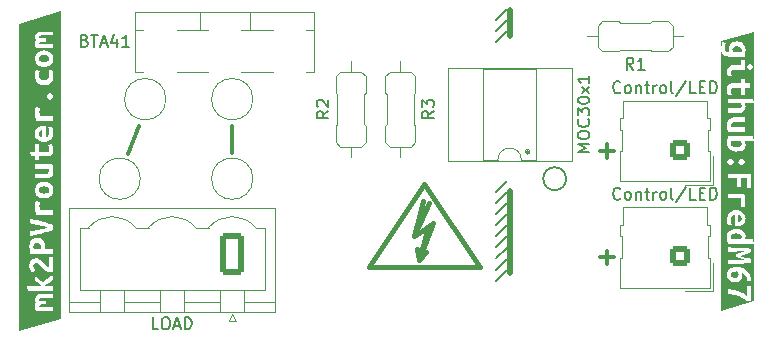
<source format=gbr>
%TF.GenerationSoftware,KiCad,Pcbnew,7.0.8*%
%TF.CreationDate,2023-10-29T17:21:22+01:00*%
%TF.ProjectId,Output_stage,4f757470-7574-45f7-9374-6167652e6b69,2.0*%
%TF.SameCoordinates,Original*%
%TF.FileFunction,Legend,Top*%
%TF.FilePolarity,Positive*%
%FSLAX46Y46*%
G04 Gerber Fmt 4.6, Leading zero omitted, Abs format (unit mm)*
G04 Created by KiCad (PCBNEW 7.0.8) date 2023-10-29 17:21:22*
%MOMM*%
%LPD*%
G01*
G04 APERTURE LIST*
G04 Aperture macros list*
%AMRoundRect*
0 Rectangle with rounded corners*
0 $1 Rounding radius*
0 $2 $3 $4 $5 $6 $7 $8 $9 X,Y pos of 4 corners*
0 Add a 4 corners polygon primitive as box body*
4,1,4,$2,$3,$4,$5,$6,$7,$8,$9,$2,$3,0*
0 Add four circle primitives for the rounded corners*
1,1,$1+$1,$2,$3*
1,1,$1+$1,$4,$5*
1,1,$1+$1,$6,$7*
1,1,$1+$1,$8,$9*
0 Add four rect primitives between the rounded corners*
20,1,$1+$1,$2,$3,$4,$5,0*
20,1,$1+$1,$4,$5,$6,$7,0*
20,1,$1+$1,$6,$7,$8,$9,0*
20,1,$1+$1,$8,$9,$2,$3,0*%
G04 Aperture macros list end*
%ADD10C,0.200000*%
%ADD11C,0.150000*%
%ADD12C,0.500000*%
%ADD13C,0.300000*%
%ADD14C,0.120000*%
%ADD15C,0.381000*%
%ADD16C,1.600000*%
%ADD17O,1.600000X1.600000*%
%ADD18C,3.000000*%
%ADD19R,2.500000X3.500000*%
%ADD20O,2.500000X3.500000*%
%ADD21R,2.400000X1.600000*%
%ADD22O,2.400000X1.600000*%
%ADD23RoundRect,0.250000X0.620000X0.620000X-0.620000X0.620000X-0.620000X-0.620000X0.620000X-0.620000X0*%
%ADD24C,1.740000*%
%ADD25RoundRect,0.249999X0.790001X1.550001X-0.790001X1.550001X-0.790001X-1.550001X0.790001X-1.550001X0*%
%ADD26O,2.080000X3.600000*%
G04 APERTURE END LIST*
D10*
X92559525Y-40180875D02*
X91619725Y-41095275D01*
X92559525Y-43952775D02*
X91619725Y-44867175D01*
X92559525Y-41123850D02*
X91619725Y-42038250D01*
X92559525Y-40180875D02*
X91619725Y-41095275D01*
D11*
X97539928Y-40003075D02*
G75*
G03*
X97539928Y-40003075I-967203J0D01*
G01*
D10*
X92559525Y-41123850D02*
X91619725Y-42038250D01*
X92559525Y-25617150D02*
X91619725Y-26531550D01*
X92559525Y-26560125D02*
X91619725Y-27474525D01*
X92559525Y-47724675D02*
X91619725Y-48639075D01*
X92559525Y-43952775D02*
X91619725Y-44867175D01*
X92559525Y-47724675D02*
X91619725Y-48639075D01*
X92559525Y-42066825D02*
X91619725Y-42981225D01*
X92559525Y-27503100D02*
X91619725Y-28417500D01*
D12*
X92788125Y-41069875D02*
X92788125Y-47978675D01*
D10*
X92559525Y-41123850D02*
X91619725Y-42038250D01*
X92559525Y-43009800D02*
X91619725Y-43924200D01*
X92559525Y-40180875D02*
X91619725Y-41095275D01*
X92559525Y-44895750D02*
X91619725Y-45810150D01*
X92559525Y-45838725D02*
X91619725Y-46753125D01*
D12*
X92788125Y-41069875D02*
X92788125Y-47978675D01*
D10*
X92559525Y-45838725D02*
X91619725Y-46753125D01*
X92559525Y-47724675D02*
X91619725Y-48639075D01*
X92559525Y-42066825D02*
X91619725Y-42981225D01*
X92559525Y-46781700D02*
X91619725Y-47696100D01*
X92559525Y-46781700D02*
X91619725Y-47696100D01*
D13*
X60441225Y-37907575D02*
X61393725Y-35558075D01*
D10*
X92559525Y-43952775D02*
X91619725Y-44867175D01*
X92559525Y-42066825D02*
X91619725Y-42981225D01*
X92559525Y-45838725D02*
X91619725Y-46753125D01*
X92559525Y-43009800D02*
X91619725Y-43924200D01*
D12*
X92788125Y-41069875D02*
X92788125Y-47978675D01*
D10*
X92559525Y-46781700D02*
X91619725Y-47696100D01*
D13*
X69267725Y-37844075D02*
X69267725Y-35558075D01*
D10*
X92559525Y-44895750D02*
X91619725Y-45810150D01*
X92559525Y-44895750D02*
X91619725Y-45810150D01*
X92559525Y-43009800D02*
X91619725Y-43924200D01*
D12*
X92762725Y-25753675D02*
X92762725Y-27938075D01*
D13*
X101555414Y-37657475D02*
X100412557Y-37657475D01*
X100983985Y-38228903D02*
X100983985Y-37086046D01*
X101555414Y-46662475D02*
X100412557Y-46662475D01*
X100983985Y-47233903D02*
X100983985Y-46091046D01*
D11*
X77409019Y-34278866D02*
X76932828Y-34612199D01*
X77409019Y-34850294D02*
X76409019Y-34850294D01*
X76409019Y-34850294D02*
X76409019Y-34469342D01*
X76409019Y-34469342D02*
X76456638Y-34374104D01*
X76456638Y-34374104D02*
X76504257Y-34326485D01*
X76504257Y-34326485D02*
X76599495Y-34278866D01*
X76599495Y-34278866D02*
X76742352Y-34278866D01*
X76742352Y-34278866D02*
X76837590Y-34326485D01*
X76837590Y-34326485D02*
X76885209Y-34374104D01*
X76885209Y-34374104D02*
X76932828Y-34469342D01*
X76932828Y-34469342D02*
X76932828Y-34850294D01*
X76504257Y-33897913D02*
X76456638Y-33850294D01*
X76456638Y-33850294D02*
X76409019Y-33755056D01*
X76409019Y-33755056D02*
X76409019Y-33516961D01*
X76409019Y-33516961D02*
X76456638Y-33421723D01*
X76456638Y-33421723D02*
X76504257Y-33374104D01*
X76504257Y-33374104D02*
X76599495Y-33326485D01*
X76599495Y-33326485D02*
X76694733Y-33326485D01*
X76694733Y-33326485D02*
X76837590Y-33374104D01*
X76837590Y-33374104D02*
X77409019Y-33945532D01*
X77409019Y-33945532D02*
X77409019Y-33326485D01*
X103238658Y-30762894D02*
X102905325Y-30286703D01*
X102667230Y-30762894D02*
X102667230Y-29762894D01*
X102667230Y-29762894D02*
X103048182Y-29762894D01*
X103048182Y-29762894D02*
X103143420Y-29810513D01*
X103143420Y-29810513D02*
X103191039Y-29858132D01*
X103191039Y-29858132D02*
X103238658Y-29953370D01*
X103238658Y-29953370D02*
X103238658Y-30096227D01*
X103238658Y-30096227D02*
X103191039Y-30191465D01*
X103191039Y-30191465D02*
X103143420Y-30239084D01*
X103143420Y-30239084D02*
X103048182Y-30286703D01*
X103048182Y-30286703D02*
X102667230Y-30286703D01*
X104191039Y-30762894D02*
X103619611Y-30762894D01*
X103905325Y-30762894D02*
X103905325Y-29762894D01*
X103905325Y-29762894D02*
X103810087Y-29905751D01*
X103810087Y-29905751D02*
X103714849Y-30000989D01*
X103714849Y-30000989D02*
X103619611Y-30048608D01*
X56782248Y-28302084D02*
X56925105Y-28349703D01*
X56925105Y-28349703D02*
X56972724Y-28397322D01*
X56972724Y-28397322D02*
X57020343Y-28492560D01*
X57020343Y-28492560D02*
X57020343Y-28635417D01*
X57020343Y-28635417D02*
X56972724Y-28730655D01*
X56972724Y-28730655D02*
X56925105Y-28778275D01*
X56925105Y-28778275D02*
X56829867Y-28825894D01*
X56829867Y-28825894D02*
X56448915Y-28825894D01*
X56448915Y-28825894D02*
X56448915Y-27825894D01*
X56448915Y-27825894D02*
X56782248Y-27825894D01*
X56782248Y-27825894D02*
X56877486Y-27873513D01*
X56877486Y-27873513D02*
X56925105Y-27921132D01*
X56925105Y-27921132D02*
X56972724Y-28016370D01*
X56972724Y-28016370D02*
X56972724Y-28111608D01*
X56972724Y-28111608D02*
X56925105Y-28206846D01*
X56925105Y-28206846D02*
X56877486Y-28254465D01*
X56877486Y-28254465D02*
X56782248Y-28302084D01*
X56782248Y-28302084D02*
X56448915Y-28302084D01*
X57306058Y-27825894D02*
X57877486Y-27825894D01*
X57591772Y-28825894D02*
X57591772Y-27825894D01*
X58163201Y-28540179D02*
X58639391Y-28540179D01*
X58067963Y-28825894D02*
X58401296Y-27825894D01*
X58401296Y-27825894D02*
X58734629Y-28825894D01*
X59496534Y-28159227D02*
X59496534Y-28825894D01*
X59258439Y-27778275D02*
X59020344Y-28492560D01*
X59020344Y-28492560D02*
X59639391Y-28492560D01*
X60544153Y-28825894D02*
X59972725Y-28825894D01*
X60258439Y-28825894D02*
X60258439Y-27825894D01*
X60258439Y-27825894D02*
X60163201Y-27968751D01*
X60163201Y-27968751D02*
X60067963Y-28063989D01*
X60067963Y-28063989D02*
X59972725Y-28111608D01*
X86340019Y-34278866D02*
X85863828Y-34612199D01*
X86340019Y-34850294D02*
X85340019Y-34850294D01*
X85340019Y-34850294D02*
X85340019Y-34469342D01*
X85340019Y-34469342D02*
X85387638Y-34374104D01*
X85387638Y-34374104D02*
X85435257Y-34326485D01*
X85435257Y-34326485D02*
X85530495Y-34278866D01*
X85530495Y-34278866D02*
X85673352Y-34278866D01*
X85673352Y-34278866D02*
X85768590Y-34326485D01*
X85768590Y-34326485D02*
X85816209Y-34374104D01*
X85816209Y-34374104D02*
X85863828Y-34469342D01*
X85863828Y-34469342D02*
X85863828Y-34850294D01*
X85340019Y-33945532D02*
X85340019Y-33326485D01*
X85340019Y-33326485D02*
X85720971Y-33659818D01*
X85720971Y-33659818D02*
X85720971Y-33516961D01*
X85720971Y-33516961D02*
X85768590Y-33421723D01*
X85768590Y-33421723D02*
X85816209Y-33374104D01*
X85816209Y-33374104D02*
X85911447Y-33326485D01*
X85911447Y-33326485D02*
X86149542Y-33326485D01*
X86149542Y-33326485D02*
X86244780Y-33374104D01*
X86244780Y-33374104D02*
X86292400Y-33421723D01*
X86292400Y-33421723D02*
X86340019Y-33516961D01*
X86340019Y-33516961D02*
X86340019Y-33802675D01*
X86340019Y-33802675D02*
X86292400Y-33897913D01*
X86292400Y-33897913D02*
X86244780Y-33945532D01*
X99516744Y-37742551D02*
X98516744Y-37742551D01*
X98516744Y-37742551D02*
X99231029Y-37409218D01*
X99231029Y-37409218D02*
X98516744Y-37075885D01*
X98516744Y-37075885D02*
X99516744Y-37075885D01*
X98516744Y-36409218D02*
X98516744Y-36218742D01*
X98516744Y-36218742D02*
X98564363Y-36123504D01*
X98564363Y-36123504D02*
X98659601Y-36028266D01*
X98659601Y-36028266D02*
X98850077Y-35980647D01*
X98850077Y-35980647D02*
X99183410Y-35980647D01*
X99183410Y-35980647D02*
X99373886Y-36028266D01*
X99373886Y-36028266D02*
X99469125Y-36123504D01*
X99469125Y-36123504D02*
X99516744Y-36218742D01*
X99516744Y-36218742D02*
X99516744Y-36409218D01*
X99516744Y-36409218D02*
X99469125Y-36504456D01*
X99469125Y-36504456D02*
X99373886Y-36599694D01*
X99373886Y-36599694D02*
X99183410Y-36647313D01*
X99183410Y-36647313D02*
X98850077Y-36647313D01*
X98850077Y-36647313D02*
X98659601Y-36599694D01*
X98659601Y-36599694D02*
X98564363Y-36504456D01*
X98564363Y-36504456D02*
X98516744Y-36409218D01*
X99421505Y-34980647D02*
X99469125Y-35028266D01*
X99469125Y-35028266D02*
X99516744Y-35171123D01*
X99516744Y-35171123D02*
X99516744Y-35266361D01*
X99516744Y-35266361D02*
X99469125Y-35409218D01*
X99469125Y-35409218D02*
X99373886Y-35504456D01*
X99373886Y-35504456D02*
X99278648Y-35552075D01*
X99278648Y-35552075D02*
X99088172Y-35599694D01*
X99088172Y-35599694D02*
X98945315Y-35599694D01*
X98945315Y-35599694D02*
X98754839Y-35552075D01*
X98754839Y-35552075D02*
X98659601Y-35504456D01*
X98659601Y-35504456D02*
X98564363Y-35409218D01*
X98564363Y-35409218D02*
X98516744Y-35266361D01*
X98516744Y-35266361D02*
X98516744Y-35171123D01*
X98516744Y-35171123D02*
X98564363Y-35028266D01*
X98564363Y-35028266D02*
X98611982Y-34980647D01*
X98516744Y-34647313D02*
X98516744Y-34028266D01*
X98516744Y-34028266D02*
X98897696Y-34361599D01*
X98897696Y-34361599D02*
X98897696Y-34218742D01*
X98897696Y-34218742D02*
X98945315Y-34123504D01*
X98945315Y-34123504D02*
X98992934Y-34075885D01*
X98992934Y-34075885D02*
X99088172Y-34028266D01*
X99088172Y-34028266D02*
X99326267Y-34028266D01*
X99326267Y-34028266D02*
X99421505Y-34075885D01*
X99421505Y-34075885D02*
X99469125Y-34123504D01*
X99469125Y-34123504D02*
X99516744Y-34218742D01*
X99516744Y-34218742D02*
X99516744Y-34504456D01*
X99516744Y-34504456D02*
X99469125Y-34599694D01*
X99469125Y-34599694D02*
X99421505Y-34647313D01*
X98516744Y-33409218D02*
X98516744Y-33313980D01*
X98516744Y-33313980D02*
X98564363Y-33218742D01*
X98564363Y-33218742D02*
X98611982Y-33171123D01*
X98611982Y-33171123D02*
X98707220Y-33123504D01*
X98707220Y-33123504D02*
X98897696Y-33075885D01*
X98897696Y-33075885D02*
X99135791Y-33075885D01*
X99135791Y-33075885D02*
X99326267Y-33123504D01*
X99326267Y-33123504D02*
X99421505Y-33171123D01*
X99421505Y-33171123D02*
X99469125Y-33218742D01*
X99469125Y-33218742D02*
X99516744Y-33313980D01*
X99516744Y-33313980D02*
X99516744Y-33409218D01*
X99516744Y-33409218D02*
X99469125Y-33504456D01*
X99469125Y-33504456D02*
X99421505Y-33552075D01*
X99421505Y-33552075D02*
X99326267Y-33599694D01*
X99326267Y-33599694D02*
X99135791Y-33647313D01*
X99135791Y-33647313D02*
X98897696Y-33647313D01*
X98897696Y-33647313D02*
X98707220Y-33599694D01*
X98707220Y-33599694D02*
X98611982Y-33552075D01*
X98611982Y-33552075D02*
X98564363Y-33504456D01*
X98564363Y-33504456D02*
X98516744Y-33409218D01*
X99516744Y-32742551D02*
X98850077Y-32218742D01*
X98850077Y-32742551D02*
X99516744Y-32218742D01*
X99516744Y-31313980D02*
X99516744Y-31885408D01*
X99516744Y-31599694D02*
X98516744Y-31599694D01*
X98516744Y-31599694D02*
X98659601Y-31694932D01*
X98659601Y-31694932D02*
X98754839Y-31790170D01*
X98754839Y-31790170D02*
X98802458Y-31885408D01*
X102124209Y-41672655D02*
X102076590Y-41720275D01*
X102076590Y-41720275D02*
X101933733Y-41767894D01*
X101933733Y-41767894D02*
X101838495Y-41767894D01*
X101838495Y-41767894D02*
X101695638Y-41720275D01*
X101695638Y-41720275D02*
X101600400Y-41625036D01*
X101600400Y-41625036D02*
X101552781Y-41529798D01*
X101552781Y-41529798D02*
X101505162Y-41339322D01*
X101505162Y-41339322D02*
X101505162Y-41196465D01*
X101505162Y-41196465D02*
X101552781Y-41005989D01*
X101552781Y-41005989D02*
X101600400Y-40910751D01*
X101600400Y-40910751D02*
X101695638Y-40815513D01*
X101695638Y-40815513D02*
X101838495Y-40767894D01*
X101838495Y-40767894D02*
X101933733Y-40767894D01*
X101933733Y-40767894D02*
X102076590Y-40815513D01*
X102076590Y-40815513D02*
X102124209Y-40863132D01*
X102695638Y-41767894D02*
X102600400Y-41720275D01*
X102600400Y-41720275D02*
X102552781Y-41672655D01*
X102552781Y-41672655D02*
X102505162Y-41577417D01*
X102505162Y-41577417D02*
X102505162Y-41291703D01*
X102505162Y-41291703D02*
X102552781Y-41196465D01*
X102552781Y-41196465D02*
X102600400Y-41148846D01*
X102600400Y-41148846D02*
X102695638Y-41101227D01*
X102695638Y-41101227D02*
X102838495Y-41101227D01*
X102838495Y-41101227D02*
X102933733Y-41148846D01*
X102933733Y-41148846D02*
X102981352Y-41196465D01*
X102981352Y-41196465D02*
X103028971Y-41291703D01*
X103028971Y-41291703D02*
X103028971Y-41577417D01*
X103028971Y-41577417D02*
X102981352Y-41672655D01*
X102981352Y-41672655D02*
X102933733Y-41720275D01*
X102933733Y-41720275D02*
X102838495Y-41767894D01*
X102838495Y-41767894D02*
X102695638Y-41767894D01*
X103457543Y-41101227D02*
X103457543Y-41767894D01*
X103457543Y-41196465D02*
X103505162Y-41148846D01*
X103505162Y-41148846D02*
X103600400Y-41101227D01*
X103600400Y-41101227D02*
X103743257Y-41101227D01*
X103743257Y-41101227D02*
X103838495Y-41148846D01*
X103838495Y-41148846D02*
X103886114Y-41244084D01*
X103886114Y-41244084D02*
X103886114Y-41767894D01*
X104219448Y-41101227D02*
X104600400Y-41101227D01*
X104362305Y-40767894D02*
X104362305Y-41625036D01*
X104362305Y-41625036D02*
X104409924Y-41720275D01*
X104409924Y-41720275D02*
X104505162Y-41767894D01*
X104505162Y-41767894D02*
X104600400Y-41767894D01*
X104933734Y-41767894D02*
X104933734Y-41101227D01*
X104933734Y-41291703D02*
X104981353Y-41196465D01*
X104981353Y-41196465D02*
X105028972Y-41148846D01*
X105028972Y-41148846D02*
X105124210Y-41101227D01*
X105124210Y-41101227D02*
X105219448Y-41101227D01*
X105695639Y-41767894D02*
X105600401Y-41720275D01*
X105600401Y-41720275D02*
X105552782Y-41672655D01*
X105552782Y-41672655D02*
X105505163Y-41577417D01*
X105505163Y-41577417D02*
X105505163Y-41291703D01*
X105505163Y-41291703D02*
X105552782Y-41196465D01*
X105552782Y-41196465D02*
X105600401Y-41148846D01*
X105600401Y-41148846D02*
X105695639Y-41101227D01*
X105695639Y-41101227D02*
X105838496Y-41101227D01*
X105838496Y-41101227D02*
X105933734Y-41148846D01*
X105933734Y-41148846D02*
X105981353Y-41196465D01*
X105981353Y-41196465D02*
X106028972Y-41291703D01*
X106028972Y-41291703D02*
X106028972Y-41577417D01*
X106028972Y-41577417D02*
X105981353Y-41672655D01*
X105981353Y-41672655D02*
X105933734Y-41720275D01*
X105933734Y-41720275D02*
X105838496Y-41767894D01*
X105838496Y-41767894D02*
X105695639Y-41767894D01*
X106600401Y-41767894D02*
X106505163Y-41720275D01*
X106505163Y-41720275D02*
X106457544Y-41625036D01*
X106457544Y-41625036D02*
X106457544Y-40767894D01*
X107695639Y-40720275D02*
X106838497Y-42005989D01*
X108505163Y-41767894D02*
X108028973Y-41767894D01*
X108028973Y-41767894D02*
X108028973Y-40767894D01*
X108838497Y-41244084D02*
X109171830Y-41244084D01*
X109314687Y-41767894D02*
X108838497Y-41767894D01*
X108838497Y-41767894D02*
X108838497Y-40767894D01*
X108838497Y-40767894D02*
X109314687Y-40767894D01*
X109743259Y-41767894D02*
X109743259Y-40767894D01*
X109743259Y-40767894D02*
X109981354Y-40767894D01*
X109981354Y-40767894D02*
X110124211Y-40815513D01*
X110124211Y-40815513D02*
X110219449Y-40910751D01*
X110219449Y-40910751D02*
X110267068Y-41005989D01*
X110267068Y-41005989D02*
X110314687Y-41196465D01*
X110314687Y-41196465D02*
X110314687Y-41339322D01*
X110314687Y-41339322D02*
X110267068Y-41529798D01*
X110267068Y-41529798D02*
X110219449Y-41625036D01*
X110219449Y-41625036D02*
X110124211Y-41720275D01*
X110124211Y-41720275D02*
X109981354Y-41767894D01*
X109981354Y-41767894D02*
X109743259Y-41767894D01*
X102124209Y-32667655D02*
X102076590Y-32715275D01*
X102076590Y-32715275D02*
X101933733Y-32762894D01*
X101933733Y-32762894D02*
X101838495Y-32762894D01*
X101838495Y-32762894D02*
X101695638Y-32715275D01*
X101695638Y-32715275D02*
X101600400Y-32620036D01*
X101600400Y-32620036D02*
X101552781Y-32524798D01*
X101552781Y-32524798D02*
X101505162Y-32334322D01*
X101505162Y-32334322D02*
X101505162Y-32191465D01*
X101505162Y-32191465D02*
X101552781Y-32000989D01*
X101552781Y-32000989D02*
X101600400Y-31905751D01*
X101600400Y-31905751D02*
X101695638Y-31810513D01*
X101695638Y-31810513D02*
X101838495Y-31762894D01*
X101838495Y-31762894D02*
X101933733Y-31762894D01*
X101933733Y-31762894D02*
X102076590Y-31810513D01*
X102076590Y-31810513D02*
X102124209Y-31858132D01*
X102695638Y-32762894D02*
X102600400Y-32715275D01*
X102600400Y-32715275D02*
X102552781Y-32667655D01*
X102552781Y-32667655D02*
X102505162Y-32572417D01*
X102505162Y-32572417D02*
X102505162Y-32286703D01*
X102505162Y-32286703D02*
X102552781Y-32191465D01*
X102552781Y-32191465D02*
X102600400Y-32143846D01*
X102600400Y-32143846D02*
X102695638Y-32096227D01*
X102695638Y-32096227D02*
X102838495Y-32096227D01*
X102838495Y-32096227D02*
X102933733Y-32143846D01*
X102933733Y-32143846D02*
X102981352Y-32191465D01*
X102981352Y-32191465D02*
X103028971Y-32286703D01*
X103028971Y-32286703D02*
X103028971Y-32572417D01*
X103028971Y-32572417D02*
X102981352Y-32667655D01*
X102981352Y-32667655D02*
X102933733Y-32715275D01*
X102933733Y-32715275D02*
X102838495Y-32762894D01*
X102838495Y-32762894D02*
X102695638Y-32762894D01*
X103457543Y-32096227D02*
X103457543Y-32762894D01*
X103457543Y-32191465D02*
X103505162Y-32143846D01*
X103505162Y-32143846D02*
X103600400Y-32096227D01*
X103600400Y-32096227D02*
X103743257Y-32096227D01*
X103743257Y-32096227D02*
X103838495Y-32143846D01*
X103838495Y-32143846D02*
X103886114Y-32239084D01*
X103886114Y-32239084D02*
X103886114Y-32762894D01*
X104219448Y-32096227D02*
X104600400Y-32096227D01*
X104362305Y-31762894D02*
X104362305Y-32620036D01*
X104362305Y-32620036D02*
X104409924Y-32715275D01*
X104409924Y-32715275D02*
X104505162Y-32762894D01*
X104505162Y-32762894D02*
X104600400Y-32762894D01*
X104933734Y-32762894D02*
X104933734Y-32096227D01*
X104933734Y-32286703D02*
X104981353Y-32191465D01*
X104981353Y-32191465D02*
X105028972Y-32143846D01*
X105028972Y-32143846D02*
X105124210Y-32096227D01*
X105124210Y-32096227D02*
X105219448Y-32096227D01*
X105695639Y-32762894D02*
X105600401Y-32715275D01*
X105600401Y-32715275D02*
X105552782Y-32667655D01*
X105552782Y-32667655D02*
X105505163Y-32572417D01*
X105505163Y-32572417D02*
X105505163Y-32286703D01*
X105505163Y-32286703D02*
X105552782Y-32191465D01*
X105552782Y-32191465D02*
X105600401Y-32143846D01*
X105600401Y-32143846D02*
X105695639Y-32096227D01*
X105695639Y-32096227D02*
X105838496Y-32096227D01*
X105838496Y-32096227D02*
X105933734Y-32143846D01*
X105933734Y-32143846D02*
X105981353Y-32191465D01*
X105981353Y-32191465D02*
X106028972Y-32286703D01*
X106028972Y-32286703D02*
X106028972Y-32572417D01*
X106028972Y-32572417D02*
X105981353Y-32667655D01*
X105981353Y-32667655D02*
X105933734Y-32715275D01*
X105933734Y-32715275D02*
X105838496Y-32762894D01*
X105838496Y-32762894D02*
X105695639Y-32762894D01*
X106600401Y-32762894D02*
X106505163Y-32715275D01*
X106505163Y-32715275D02*
X106457544Y-32620036D01*
X106457544Y-32620036D02*
X106457544Y-31762894D01*
X107695639Y-31715275D02*
X106838497Y-33000989D01*
X108505163Y-32762894D02*
X108028973Y-32762894D01*
X108028973Y-32762894D02*
X108028973Y-31762894D01*
X108838497Y-32239084D02*
X109171830Y-32239084D01*
X109314687Y-32762894D02*
X108838497Y-32762894D01*
X108838497Y-32762894D02*
X108838497Y-31762894D01*
X108838497Y-31762894D02*
X109314687Y-31762894D01*
X109743259Y-32762894D02*
X109743259Y-31762894D01*
X109743259Y-31762894D02*
X109981354Y-31762894D01*
X109981354Y-31762894D02*
X110124211Y-31810513D01*
X110124211Y-31810513D02*
X110219449Y-31905751D01*
X110219449Y-31905751D02*
X110267068Y-32000989D01*
X110267068Y-32000989D02*
X110314687Y-32191465D01*
X110314687Y-32191465D02*
X110314687Y-32334322D01*
X110314687Y-32334322D02*
X110267068Y-32524798D01*
X110267068Y-32524798D02*
X110219449Y-32620036D01*
X110219449Y-32620036D02*
X110124211Y-32715275D01*
X110124211Y-32715275D02*
X109981354Y-32762894D01*
X109981354Y-32762894D02*
X109743259Y-32762894D01*
X63015617Y-52755344D02*
X62539427Y-52755344D01*
X62539427Y-52755344D02*
X62539427Y-51755344D01*
X63539427Y-51755344D02*
X63729903Y-51755344D01*
X63729903Y-51755344D02*
X63825141Y-51802963D01*
X63825141Y-51802963D02*
X63920379Y-51898201D01*
X63920379Y-51898201D02*
X63967998Y-52088677D01*
X63967998Y-52088677D02*
X63967998Y-52422010D01*
X63967998Y-52422010D02*
X63920379Y-52612486D01*
X63920379Y-52612486D02*
X63825141Y-52707725D01*
X63825141Y-52707725D02*
X63729903Y-52755344D01*
X63729903Y-52755344D02*
X63539427Y-52755344D01*
X63539427Y-52755344D02*
X63444189Y-52707725D01*
X63444189Y-52707725D02*
X63348951Y-52612486D01*
X63348951Y-52612486D02*
X63301332Y-52422010D01*
X63301332Y-52422010D02*
X63301332Y-52088677D01*
X63301332Y-52088677D02*
X63348951Y-51898201D01*
X63348951Y-51898201D02*
X63444189Y-51802963D01*
X63444189Y-51802963D02*
X63539427Y-51755344D01*
X64348951Y-52469629D02*
X64825141Y-52469629D01*
X64253713Y-52755344D02*
X64587046Y-51755344D01*
X64587046Y-51755344D02*
X64920379Y-52755344D01*
X65253713Y-52755344D02*
X65253713Y-51755344D01*
X65253713Y-51755344D02*
X65491808Y-51755344D01*
X65491808Y-51755344D02*
X65634665Y-51802963D01*
X65634665Y-51802963D02*
X65729903Y-51898201D01*
X65729903Y-51898201D02*
X65777522Y-51993439D01*
X65777522Y-51993439D02*
X65825141Y-52183915D01*
X65825141Y-52183915D02*
X65825141Y-52326772D01*
X65825141Y-52326772D02*
X65777522Y-52517248D01*
X65777522Y-52517248D02*
X65729903Y-52612486D01*
X65729903Y-52612486D02*
X65634665Y-52707725D01*
X65634665Y-52707725D02*
X65491808Y-52755344D01*
X65491808Y-52755344D02*
X65253713Y-52755344D01*
D14*
%TO.C,R2*%
X78435200Y-37287200D02*
X80213200Y-37287200D01*
X78435200Y-37287200D02*
X78054200Y-36906200D01*
X79324200Y-37287200D02*
X79324200Y-38176200D01*
X80213200Y-37287200D02*
X80594200Y-36906200D01*
X78054200Y-36906200D02*
X78054200Y-35509200D01*
X80594200Y-36906200D02*
X80594200Y-35509200D01*
X78054200Y-35509200D02*
X78181200Y-35382200D01*
X80594200Y-35509200D02*
X80467200Y-35382200D01*
X78181200Y-35382200D02*
X78181200Y-34112200D01*
X80467200Y-35382200D02*
X80467200Y-34112200D01*
X78181200Y-32842200D02*
X78181200Y-34112200D01*
X80467200Y-32842200D02*
X80467200Y-34112200D01*
X78054200Y-32715200D02*
X78181200Y-32842200D01*
X80594200Y-32715200D02*
X80467200Y-32842200D01*
X78054200Y-31318200D02*
X78054200Y-32715200D01*
X80594200Y-31318200D02*
X80594200Y-32715200D01*
X78435200Y-30937200D02*
X78054200Y-31318200D01*
X78435200Y-30937200D02*
X80213200Y-30937200D01*
X79324200Y-30937200D02*
X79324200Y-30048200D01*
X80213200Y-30937200D02*
X80594200Y-31318200D01*
%TO.C,R1*%
X106580325Y-28827075D02*
X106580325Y-27049075D01*
X106580325Y-28827075D02*
X106199325Y-29208075D01*
X106580325Y-27938075D02*
X107469325Y-27938075D01*
X106580325Y-27049075D02*
X106199325Y-26668075D01*
X106199325Y-29208075D02*
X104802325Y-29208075D01*
X106199325Y-26668075D02*
X104802325Y-26668075D01*
X104802325Y-29208075D02*
X104675325Y-29081075D01*
X104802325Y-26668075D02*
X104675325Y-26795075D01*
X104675325Y-29081075D02*
X103405325Y-29081075D01*
X104675325Y-26795075D02*
X103405325Y-26795075D01*
X102135325Y-29081075D02*
X103405325Y-29081075D01*
X102135325Y-26795075D02*
X103405325Y-26795075D01*
X102008325Y-29208075D02*
X102135325Y-29081075D01*
X102008325Y-26668075D02*
X102135325Y-26795075D01*
X100611325Y-29208075D02*
X102008325Y-29208075D01*
X100611325Y-26668075D02*
X102008325Y-26668075D01*
X100230325Y-28827075D02*
X100611325Y-29208075D01*
X100230325Y-28827075D02*
X100230325Y-27049075D01*
X100230325Y-27938075D02*
X99341325Y-27938075D01*
X100230325Y-27049075D02*
X100611325Y-26668075D01*
%TO.C,kibuzzard-6431D11C*%
G36*
X53203813Y-36485175D02*
G01*
X53086337Y-36458187D01*
X52984737Y-36401037D01*
X52914887Y-36308962D01*
X52889487Y-36177200D01*
X52916475Y-36043850D01*
X52987912Y-35954950D01*
X53087925Y-35904150D01*
X53203813Y-35888275D01*
X53203813Y-36485175D01*
G37*
G36*
X52913697Y-45437087D02*
G01*
X53014900Y-45508525D01*
X53070859Y-45626794D01*
X53089512Y-45791100D01*
X53089512Y-45949850D01*
X52454512Y-45949850D01*
X52446575Y-45853012D01*
X52444987Y-45756175D01*
X52462847Y-45616078D01*
X52516425Y-45506937D01*
X52612866Y-45436691D01*
X52759312Y-45413275D01*
X52913697Y-45437087D01*
G37*
G36*
X53527663Y-40670222D02*
G01*
X53670537Y-40728562D01*
X53763406Y-40825003D01*
X53794362Y-40958750D01*
X53763406Y-41095672D01*
X53670537Y-41188937D01*
X53527663Y-41242516D01*
X53346687Y-41260375D01*
X53166109Y-41240928D01*
X53024425Y-41182587D01*
X52932747Y-41086147D01*
X52902187Y-40952400D01*
X52932747Y-40815478D01*
X53024425Y-40722212D01*
X53166109Y-40668634D01*
X53346687Y-40650775D01*
X53527663Y-40670222D01*
G37*
G36*
X53527663Y-29557722D02*
G01*
X53670537Y-29616062D01*
X53763406Y-29712503D01*
X53794362Y-29846250D01*
X53763406Y-29983172D01*
X53670537Y-30076437D01*
X53527663Y-30130016D01*
X53346687Y-30147875D01*
X53166109Y-30128428D01*
X53024425Y-30070087D01*
X52932747Y-29973647D01*
X52902187Y-29839900D01*
X52932747Y-29702978D01*
X53024425Y-29609712D01*
X53166109Y-29556134D01*
X53346687Y-29538275D01*
X53527663Y-29557722D01*
G37*
G36*
X54795546Y-29839900D02*
G01*
X54795546Y-31221025D01*
X54795546Y-33014900D01*
X54795546Y-34723050D01*
X54795546Y-36069250D01*
X54795546Y-37551975D01*
X54795546Y-39368075D01*
X54795546Y-40952400D01*
X54795546Y-42660550D01*
X54795546Y-44333775D01*
X54795546Y-45949850D01*
X54795546Y-46632475D01*
X54795546Y-48140600D01*
X54795546Y-49778900D01*
X54795546Y-51182250D01*
X54795546Y-51843708D01*
X51227904Y-52914001D01*
X51227904Y-51843708D01*
X51227904Y-51182250D01*
X51227904Y-50725050D01*
X52584687Y-50725050D01*
X52603737Y-50937775D01*
X52657712Y-51182250D01*
X54092812Y-51182250D01*
X54092812Y-50864750D01*
X52921237Y-50864750D01*
X52911712Y-50812362D01*
X52908537Y-50766325D01*
X52968862Y-50669487D01*
X53181588Y-50639325D01*
X53524487Y-50639325D01*
X53524487Y-50321825D01*
X53226037Y-50321825D01*
X53064112Y-50328175D01*
X52930762Y-50344050D01*
X52913300Y-50286900D01*
X52908537Y-50226575D01*
X52918062Y-50177362D01*
X52956162Y-50136087D01*
X53038712Y-50107512D01*
X53181588Y-50096400D01*
X54092812Y-50096400D01*
X54092812Y-49778900D01*
X53200637Y-49778900D01*
X53054984Y-49782869D01*
X52929175Y-49794775D01*
X52737087Y-49856687D01*
X52622787Y-49982100D01*
X52584687Y-50185300D01*
X52611675Y-50337700D01*
X52673587Y-50464700D01*
X52605325Y-50577412D01*
X52584687Y-50725050D01*
X51227904Y-50725050D01*
X51227904Y-49093100D01*
X51889362Y-49093100D01*
X51956037Y-49486800D01*
X54092812Y-49486800D01*
X54092812Y-49093100D01*
X53387962Y-49093100D01*
X53532425Y-48961338D01*
X53716575Y-48820050D01*
X53913425Y-48688287D01*
X54092812Y-48588275D01*
X54092812Y-48140600D01*
X53889612Y-48259662D01*
X53775313Y-48337847D01*
X53661012Y-48423175D01*
X53548697Y-48512869D01*
X53440350Y-48604150D01*
X53257787Y-48775600D01*
X53105388Y-48634312D01*
X52933937Y-48478738D01*
X52759312Y-48327925D01*
X52600562Y-48197750D01*
X52600562Y-48667650D01*
X52741850Y-48756550D01*
X52895837Y-48862913D01*
X53049825Y-48977212D01*
X53191112Y-49093100D01*
X51889362Y-49093100D01*
X51227904Y-49093100D01*
X51227904Y-47337325D01*
X52083037Y-47337325D01*
X52098912Y-47502822D01*
X52146537Y-47669113D01*
X52227500Y-47825878D01*
X52343387Y-47962800D01*
X52616437Y-47769125D01*
X52467212Y-47569100D01*
X52422762Y-47375425D01*
X52487850Y-47191275D01*
X52673587Y-47118250D01*
X52841862Y-47176987D01*
X53013312Y-47326212D01*
X53104197Y-47419875D01*
X53199050Y-47519887D01*
X53299856Y-47619900D01*
X53408600Y-47713562D01*
X53526472Y-47796112D01*
X53654662Y-47862787D01*
X53794362Y-47906841D01*
X53946763Y-47921525D01*
X54013437Y-47923112D01*
X54092812Y-47915175D01*
X54092812Y-46632475D01*
X53768962Y-46632475D01*
X53768962Y-47477025D01*
X53664187Y-47443687D01*
X53551475Y-47362725D01*
X53443525Y-47261125D01*
X53353038Y-47165875D01*
X53194287Y-47003950D01*
X53022837Y-46861075D01*
X52840275Y-46759475D01*
X52645012Y-46721375D01*
X52398950Y-46772175D01*
X52222737Y-46908700D01*
X52117962Y-47105550D01*
X52083037Y-47337325D01*
X51227904Y-47337325D01*
X51227904Y-45800625D01*
X52105262Y-45800625D01*
X52108437Y-45924450D01*
X52116375Y-46067325D01*
X52130662Y-46211787D01*
X52152887Y-46340375D01*
X54092812Y-46340375D01*
X54092812Y-45949850D01*
X53429238Y-45949850D01*
X53429238Y-45810150D01*
X53411775Y-45575376D01*
X53359387Y-45379056D01*
X53272075Y-45221187D01*
X53145604Y-45105653D01*
X52975742Y-45036332D01*
X52762487Y-45013225D01*
X52551350Y-45036156D01*
X52383604Y-45104947D01*
X52259250Y-45219600D01*
X52173701Y-45375881D01*
X52122372Y-45569556D01*
X52105262Y-45800625D01*
X51227904Y-45800625D01*
X51227904Y-44883050D01*
X52127487Y-44883050D01*
X52305287Y-44846537D01*
X52527537Y-44794150D01*
X52693872Y-44752169D01*
X52866910Y-44706661D01*
X53046650Y-44657625D01*
X53229918Y-44605767D01*
X53413539Y-44551792D01*
X53597512Y-44495700D01*
X53859450Y-44412356D01*
X54092812Y-44333775D01*
X54092812Y-43930550D01*
X53923656Y-43869872D01*
X53750618Y-43810606D01*
X53573700Y-43752750D01*
X53395900Y-43697187D01*
X53220217Y-43644800D01*
X53046650Y-43595587D01*
X52793841Y-43528119D01*
X52552937Y-43468587D01*
X52329100Y-43417391D01*
X52127487Y-43374925D01*
X52127487Y-43784500D01*
X52292587Y-43813075D01*
X52483087Y-43848000D01*
X52689066Y-43887687D01*
X52900600Y-43930550D01*
X53113325Y-43976587D01*
X53322875Y-44025800D01*
X53519328Y-44076600D01*
X53692762Y-44127400D01*
X53516947Y-44178597D01*
X53319700Y-44230587D01*
X53110150Y-44281387D01*
X52897425Y-44329012D01*
X52686287Y-44373066D01*
X52481500Y-44413150D01*
X52292191Y-44446487D01*
X52127487Y-44470300D01*
X52127487Y-44883050D01*
X51227904Y-44883050D01*
X51227904Y-42352575D01*
X52571987Y-42352575D01*
X52580719Y-42557759D01*
X52606912Y-42735162D01*
X52647394Y-42896691D01*
X52698987Y-43054250D01*
X54092812Y-43054250D01*
X54092812Y-42660550D01*
X52984737Y-42660550D01*
X52954575Y-42498625D01*
X52946637Y-42336700D01*
X52949812Y-42250975D01*
X52960925Y-42146200D01*
X52978387Y-42039837D01*
X52997437Y-41949350D01*
X52635487Y-41879500D01*
X52605325Y-42001737D01*
X52586275Y-42136675D01*
X52575162Y-42262087D01*
X52571987Y-42352575D01*
X51227904Y-42352575D01*
X51227904Y-40952400D01*
X52562462Y-40952400D01*
X52576353Y-41099244D01*
X52618025Y-41234975D01*
X52685494Y-41356022D01*
X52776775Y-41458812D01*
X52890281Y-41542156D01*
X53024425Y-41604862D01*
X53176428Y-41644153D01*
X53343512Y-41657250D01*
X53512978Y-41644550D01*
X53665775Y-41606450D01*
X53800316Y-41544934D01*
X53915012Y-41461987D01*
X54007881Y-41359594D01*
X54076937Y-41239737D01*
X54119800Y-41103609D01*
X54134088Y-40952400D01*
X54119800Y-40801191D01*
X54076937Y-40665062D01*
X54007881Y-40545603D01*
X53915012Y-40444400D01*
X53800316Y-40362644D01*
X53665775Y-40301525D01*
X53512978Y-40263425D01*
X53343512Y-40250725D01*
X53176428Y-40263425D01*
X53024425Y-40301525D01*
X52890281Y-40363041D01*
X52776775Y-40445987D01*
X52685494Y-40548381D01*
X52618025Y-40668237D01*
X52576353Y-40803572D01*
X52562462Y-40952400D01*
X51227904Y-40952400D01*
X51227904Y-39974500D01*
X52600562Y-39974500D01*
X53432412Y-39974500D01*
X53578463Y-39968150D01*
X53711813Y-39949100D01*
X53932475Y-39855437D01*
X54076937Y-39669700D01*
X54115037Y-39535556D01*
X54127737Y-39368075D01*
X54120594Y-39193847D01*
X54099162Y-39033112D01*
X54070588Y-38890634D01*
X54042012Y-38771175D01*
X52600562Y-38771175D01*
X52600562Y-39164875D01*
X53772137Y-39164875D01*
X53788012Y-39342675D01*
X53688000Y-39534762D01*
X53561397Y-39571672D01*
X53381612Y-39583975D01*
X52600562Y-39583975D01*
X52600562Y-39974500D01*
X51227904Y-39974500D01*
X51227904Y-37729775D01*
X52162412Y-37729775D01*
X52225912Y-38120300D01*
X52600562Y-38120300D01*
X52600562Y-38460025D01*
X52924412Y-38460025D01*
X52924412Y-38120300D01*
X53537188Y-38120300D01*
X53706653Y-38110775D01*
X53840400Y-38082200D01*
X54019787Y-37971075D01*
X54105513Y-37793275D01*
X54127737Y-37551975D01*
X54108688Y-37309087D01*
X54045188Y-37075725D01*
X53708637Y-37129700D01*
X53749913Y-37229712D01*
X53773725Y-37318612D01*
X53784838Y-37407512D01*
X53788012Y-37507525D01*
X53778487Y-37599600D01*
X53740387Y-37669450D01*
X53661012Y-37713900D01*
X53527663Y-37729775D01*
X52924412Y-37729775D01*
X52924412Y-37104300D01*
X52600562Y-37104300D01*
X52600562Y-37729775D01*
X52162412Y-37729775D01*
X51227904Y-37729775D01*
X51227904Y-36183550D01*
X52562462Y-36183550D01*
X52575162Y-36315312D01*
X52613262Y-36443900D01*
X52676366Y-36563756D01*
X52764075Y-36669325D01*
X52876391Y-36758225D01*
X53013312Y-36828075D01*
X53174444Y-36873319D01*
X53359387Y-36888400D01*
X53537981Y-36874112D01*
X53692762Y-36831250D01*
X53824128Y-36761797D01*
X53932475Y-36667737D01*
X54017406Y-36550262D01*
X54078525Y-36410562D01*
X54115434Y-36249828D01*
X54127737Y-36069250D01*
X54103925Y-35812075D01*
X54045188Y-35596175D01*
X53711813Y-35650150D01*
X53762613Y-35829537D01*
X53788012Y-36053375D01*
X53766978Y-36226412D01*
X53703875Y-36364525D01*
X53604259Y-36455012D01*
X53473687Y-36485175D01*
X53473687Y-35516800D01*
X53407012Y-35512037D01*
X53327638Y-35510450D01*
X53097803Y-35529500D01*
X52907832Y-35586650D01*
X52757725Y-35681900D01*
X52649246Y-35813839D01*
X52584158Y-35981056D01*
X52562462Y-36183550D01*
X51227904Y-36183550D01*
X51227904Y-34415075D01*
X52571987Y-34415075D01*
X52580719Y-34620259D01*
X52606912Y-34797662D01*
X52647394Y-34959191D01*
X52698987Y-35116750D01*
X54092812Y-35116750D01*
X54092812Y-34723050D01*
X52984737Y-34723050D01*
X52954575Y-34561125D01*
X52946637Y-34399200D01*
X52949812Y-34313475D01*
X52960925Y-34208700D01*
X52978387Y-34102337D01*
X52997437Y-34011850D01*
X52635487Y-33942000D01*
X52605325Y-34064237D01*
X52586275Y-34199175D01*
X52575162Y-34324587D01*
X52571987Y-34415075D01*
X51227904Y-34415075D01*
X51227904Y-33014900D01*
X53562587Y-33014900D01*
X53581637Y-33122850D01*
X53635612Y-33213337D01*
X53722925Y-33276837D01*
X53841987Y-33300650D01*
X53964225Y-33276837D01*
X54053125Y-33213337D01*
X54108688Y-33122850D01*
X54127737Y-33014900D01*
X54054712Y-32818050D01*
X53841987Y-32732325D01*
X53635612Y-32818050D01*
X53562587Y-33014900D01*
X51227904Y-33014900D01*
X51227904Y-31230550D01*
X52562462Y-31230550D01*
X52577941Y-31437322D01*
X52624375Y-31613137D01*
X52697400Y-31759584D01*
X52792650Y-31878250D01*
X52908141Y-31969531D01*
X53041887Y-32033825D01*
X53189525Y-32071925D01*
X53346687Y-32084625D01*
X53506231Y-32072322D01*
X53654662Y-32035412D01*
X53788013Y-31972309D01*
X53902312Y-31881425D01*
X53995975Y-31761966D01*
X54067413Y-31613137D01*
X54112656Y-31433353D01*
X54127737Y-31221025D01*
X54122578Y-31072594D01*
X54107100Y-30944800D01*
X54054712Y-30744775D01*
X53734037Y-30801925D01*
X53775313Y-30984487D01*
X53788012Y-31176575D01*
X53758644Y-31415097D01*
X53670537Y-31571862D01*
X53530838Y-31658778D01*
X53346687Y-31687750D01*
X53168887Y-31662350D01*
X53027600Y-31579800D01*
X52935525Y-31428987D01*
X52902187Y-31195625D01*
X52919650Y-30997187D01*
X52959337Y-30855900D01*
X52645012Y-30770175D01*
X52581512Y-30989250D01*
X52562462Y-31230550D01*
X51227904Y-31230550D01*
X51227904Y-29839900D01*
X52562462Y-29839900D01*
X52576353Y-29986744D01*
X52618025Y-30122475D01*
X52685494Y-30243522D01*
X52776775Y-30346312D01*
X52890281Y-30429656D01*
X53024425Y-30492362D01*
X53176428Y-30531653D01*
X53343512Y-30544750D01*
X53512978Y-30532050D01*
X53665775Y-30493950D01*
X53800316Y-30432434D01*
X53915012Y-30349487D01*
X54007881Y-30247094D01*
X54076937Y-30127237D01*
X54119800Y-29991109D01*
X54134088Y-29839900D01*
X54119800Y-29688691D01*
X54076937Y-29552562D01*
X54007881Y-29433103D01*
X53915012Y-29331900D01*
X53800316Y-29250144D01*
X53665775Y-29189025D01*
X53512978Y-29150925D01*
X53343512Y-29138225D01*
X53176428Y-29150925D01*
X53024425Y-29189025D01*
X52890281Y-29250541D01*
X52776775Y-29333487D01*
X52685494Y-29435881D01*
X52618025Y-29555737D01*
X52576353Y-29691072D01*
X52562462Y-29839900D01*
X51227904Y-29839900D01*
X51227904Y-28500050D01*
X52584687Y-28500050D01*
X52603737Y-28712775D01*
X52657712Y-28957250D01*
X54092812Y-28957250D01*
X54092812Y-28639750D01*
X52921237Y-28639750D01*
X52911712Y-28587362D01*
X52908537Y-28541325D01*
X52968862Y-28444487D01*
X53181588Y-28414325D01*
X53524487Y-28414325D01*
X53524487Y-28096825D01*
X53226037Y-28096825D01*
X53064112Y-28103175D01*
X52930762Y-28119050D01*
X52913300Y-28061900D01*
X52908537Y-28001575D01*
X52918062Y-27952362D01*
X52956162Y-27911087D01*
X53038712Y-27882512D01*
X53181588Y-27871400D01*
X54092812Y-27871400D01*
X54092812Y-27553900D01*
X53200637Y-27553900D01*
X53054984Y-27557869D01*
X52929175Y-27569775D01*
X52737087Y-27631687D01*
X52622787Y-27757100D01*
X52584687Y-27960300D01*
X52611675Y-28112700D01*
X52673587Y-28239700D01*
X52605325Y-28352412D01*
X52584687Y-28500050D01*
X51227904Y-28500050D01*
X51227904Y-27553900D01*
X51227904Y-26892442D01*
X54795546Y-25822149D01*
X54795546Y-26892442D01*
X54795546Y-27553900D01*
X54795546Y-29839900D01*
G37*
%TO.C,REF4*%
X71017725Y-40003075D02*
G75*
G03*
X71017725Y-40003075I-1750000J0D01*
G01*
%TO.C,REF2*%
X71017725Y-33272075D02*
G75*
G03*
X71017725Y-33272075I-1750000J0D01*
G01*
%TO.C,Q1*%
X61042725Y-25918075D02*
X61042725Y-30958075D01*
X61042725Y-25918075D02*
X76222725Y-25918075D01*
X61042725Y-27428075D02*
X61757725Y-27428075D01*
X61042725Y-30958075D02*
X61757725Y-30958075D01*
X64557725Y-27428075D02*
X67232725Y-27428075D01*
X64557725Y-30958075D02*
X67232725Y-30958075D01*
X66517725Y-25918075D02*
X66517725Y-27428075D01*
X70032725Y-27428075D02*
X72707725Y-27428075D01*
X70032725Y-30958075D02*
X72707725Y-30958075D01*
X70747725Y-25918075D02*
X70747725Y-27428075D01*
X75507725Y-27428075D02*
X76222725Y-27428075D01*
X75507725Y-30958075D02*
X76222725Y-30958075D01*
X76222725Y-25918075D02*
X76222725Y-30958075D01*
%TO.C,R3*%
X84404200Y-30937200D02*
X82626200Y-30937200D01*
X84404200Y-30937200D02*
X84785200Y-31318200D01*
X83515200Y-30937200D02*
X83515200Y-30048200D01*
X82626200Y-30937200D02*
X82245200Y-31318200D01*
X84785200Y-31318200D02*
X84785200Y-32715200D01*
X82245200Y-31318200D02*
X82245200Y-32715200D01*
X84785200Y-32715200D02*
X84658200Y-32842200D01*
X82245200Y-32715200D02*
X82372200Y-32842200D01*
X84658200Y-32842200D02*
X84658200Y-34112200D01*
X82372200Y-32842200D02*
X82372200Y-34112200D01*
X84658200Y-35382200D02*
X84658200Y-34112200D01*
X82372200Y-35382200D02*
X82372200Y-34112200D01*
X84785200Y-35509200D02*
X84658200Y-35382200D01*
X82245200Y-35509200D02*
X82372200Y-35382200D01*
X84785200Y-36906200D02*
X84785200Y-35509200D01*
X82245200Y-36906200D02*
X82245200Y-35509200D01*
X84404200Y-37287200D02*
X84785200Y-36906200D01*
X84404200Y-37287200D02*
X82626200Y-37287200D01*
X83515200Y-37287200D02*
X83515200Y-38176200D01*
X82626200Y-37287200D02*
X82245200Y-36906200D01*
%TO.C,U1*%
X98012725Y-38482075D02*
X98012725Y-30622075D01*
X98012725Y-30622075D02*
X87512725Y-30622075D01*
X95012725Y-38422075D02*
X95012725Y-30682075D01*
X95012725Y-30682075D02*
X90512725Y-30682075D01*
X93762725Y-38422075D02*
X95012725Y-38422075D01*
X90512725Y-38422075D02*
X91762725Y-38422075D01*
X90512725Y-30682075D02*
X90512725Y-38422075D01*
X87512725Y-38482075D02*
X98012725Y-38482075D01*
X87512725Y-30622075D02*
X87512725Y-38482075D01*
X93762725Y-38422075D02*
G75*
G03*
X91762725Y-38422075I-1000000J0D01*
G01*
X94336725Y-37727075D02*
G75*
G03*
X94336725Y-37727075I-50000J0D01*
G01*
X94411725Y-37727075D02*
G75*
G03*
X94411725Y-37727075I-125000J0D01*
G01*
X94486725Y-37727075D02*
G75*
G03*
X94486725Y-37727075I-200000J0D01*
G01*
%TO.C,J3*%
X110009925Y-49523075D02*
X107599925Y-49523075D01*
X110009925Y-47113075D02*
X110009925Y-49523075D01*
X109709925Y-49223075D02*
X109709925Y-46693075D01*
X109709925Y-46693075D02*
X109579925Y-46693075D01*
X109709925Y-44883075D02*
X109709925Y-43903075D01*
X109709925Y-43903075D02*
X109449925Y-43903075D01*
X109579925Y-46693075D02*
X109579925Y-44883075D01*
X109579925Y-44883075D02*
X109709925Y-44883075D01*
X109449925Y-43903075D02*
X109449925Y-42403075D01*
X109449925Y-42403075D02*
X102369925Y-42403075D01*
X102369925Y-43903075D02*
X102109925Y-43903075D01*
X102369925Y-42403075D02*
X102369925Y-43903075D01*
X102239925Y-46693075D02*
X102109925Y-46693075D01*
X102239925Y-44883075D02*
X102239925Y-46693075D01*
X102109925Y-49223075D02*
X109709925Y-49223075D01*
X102109925Y-46693075D02*
X102109925Y-49223075D01*
X102109925Y-44883075D02*
X102239925Y-44883075D01*
X102109925Y-43903075D02*
X102109925Y-44883075D01*
%TO.C,kibuzzard-64EB64A3*%
G36*
X112212775Y-43093937D02*
G01*
X112314375Y-43151087D01*
X112384225Y-43243162D01*
X112409625Y-43374925D01*
X112382638Y-43508275D01*
X112311200Y-43597175D01*
X112211188Y-43647975D01*
X112095300Y-43663850D01*
X112095300Y-43066950D01*
X112212775Y-43093937D01*
G37*
G36*
X112229356Y-28817550D02*
G01*
X112366939Y-28931850D01*
X112412800Y-29122350D01*
X112409625Y-29195375D01*
X112396925Y-29274750D01*
X111679375Y-29274750D01*
X111638100Y-29174737D01*
X111622225Y-29055675D01*
X111719063Y-28846125D01*
X111837728Y-28796119D01*
X112000050Y-28779450D01*
X112229356Y-28817550D01*
G37*
G36*
X112376288Y-36909037D02*
G01*
X112393750Y-37034450D01*
X112365969Y-37156291D01*
X112282625Y-37242412D01*
X112146894Y-37293609D01*
X111961950Y-37310675D01*
X111750416Y-37288450D01*
X111611113Y-37221775D01*
X111533722Y-37117000D01*
X111507925Y-36980475D01*
X111511100Y-36896337D01*
X111523800Y-36802675D01*
X112333425Y-36802675D01*
X112376288Y-36909037D01*
G37*
G36*
X112146894Y-44654450D02*
G01*
X112282625Y-44702075D01*
X112365969Y-44784625D01*
X112393750Y-44905275D01*
X112376288Y-45025925D01*
X112333425Y-45127525D01*
X111520625Y-45127525D01*
X111511100Y-45041800D01*
X111507925Y-44952900D01*
X111539675Y-44810422D01*
X111634925Y-44713187D01*
X111780181Y-44657228D01*
X111961950Y-44638575D01*
X112146894Y-44654450D01*
G37*
G36*
X112034975Y-47859612D02*
G01*
X112092125Y-47864375D01*
X112127050Y-47969150D01*
X112139750Y-48092975D01*
X112119509Y-48233469D01*
X112058788Y-48324750D01*
X111828600Y-48391425D01*
X111717475Y-48377137D01*
X111612700Y-48332687D01*
X111533325Y-48254900D01*
X111501575Y-48140600D01*
X111541263Y-48002487D01*
X111647625Y-47915175D01*
X111798438Y-47870725D01*
X111974650Y-47858025D01*
X112034975Y-47859612D01*
G37*
G36*
X113410015Y-28382310D02*
G01*
X113410015Y-28382575D01*
X113410015Y-50353575D01*
X113410015Y-50353840D01*
X110672635Y-51175053D01*
X110672635Y-50353840D01*
X110672635Y-50353575D01*
X110672635Y-49731275D01*
X111206300Y-49731275D01*
X111460697Y-49760247D01*
X111715888Y-49815412D01*
X111963934Y-49889231D01*
X112196900Y-49974162D01*
X112410419Y-50067428D01*
X112600125Y-50166250D01*
X112758081Y-50263881D01*
X112876350Y-50353575D01*
X113171625Y-50353575D01*
X113171625Y-49070875D01*
X112847775Y-49070875D01*
X112847775Y-49896375D01*
X112691009Y-49808269D01*
X112506463Y-49715400D01*
X112302072Y-49623722D01*
X112085775Y-49539187D01*
X111862334Y-49464178D01*
X111636513Y-49401075D01*
X111415453Y-49355831D01*
X111206300Y-49334400D01*
X111206300Y-49731275D01*
X110672635Y-49731275D01*
X110672635Y-49334400D01*
X110672635Y-48150125D01*
X111165025Y-48150125D01*
X111180503Y-48300937D01*
X111226938Y-48429525D01*
X111387275Y-48623200D01*
X111603175Y-48735912D01*
X111834950Y-48772425D01*
X112076250Y-48739087D01*
X112276275Y-48629550D01*
X112412800Y-48434287D01*
X112450900Y-48302128D01*
X112463600Y-48143775D01*
X112449313Y-48042175D01*
X112409625Y-47924700D01*
X112616000Y-48034237D01*
X112750938Y-48210450D01*
X112825550Y-48432700D01*
X112850950Y-48680350D01*
X113184325Y-48658125D01*
X113165275Y-48403331D01*
X113108125Y-48172350D01*
X113013669Y-47969150D01*
X112882700Y-47797700D01*
X112716013Y-47659984D01*
X112514400Y-47557987D01*
X112278656Y-47494884D01*
X112009575Y-47473850D01*
X111745168Y-47493076D01*
X111531914Y-47550756D01*
X111369813Y-47646887D01*
X111256042Y-47779708D01*
X111187779Y-47947454D01*
X111165025Y-48150125D01*
X110672635Y-48150125D01*
X110672635Y-47254775D01*
X111206300Y-47254775D01*
X111457522Y-47247631D01*
X111703188Y-47238900D01*
X111945281Y-47228184D01*
X112185788Y-47215087D01*
X112426691Y-47199212D01*
X112669975Y-47180162D01*
X112917625Y-47159128D01*
X113171625Y-47137300D01*
X113171625Y-46813450D01*
X113003350Y-46756300D01*
X112785863Y-46686450D01*
X112544563Y-46607075D01*
X112301675Y-46527700D01*
X112530275Y-46454675D01*
X112774750Y-46378475D01*
X113000175Y-46307037D01*
X113171625Y-46251475D01*
X113171625Y-45927625D01*
X112956519Y-45906591D01*
X112723950Y-45887937D01*
X112478681Y-45871666D01*
X112225475Y-45857775D01*
X111967506Y-45845472D01*
X111707950Y-45833962D01*
X111452363Y-45823247D01*
X111206300Y-45813325D01*
X111206300Y-46172100D01*
X112733475Y-46156225D01*
X111901625Y-46388000D01*
X111901625Y-46673750D01*
X112733475Y-46915050D01*
X111206300Y-46896000D01*
X111206300Y-47254775D01*
X110672635Y-47254775D01*
X110672635Y-44949725D01*
X111171375Y-44949725D01*
X111176931Y-45100537D01*
X111193600Y-45254525D01*
X111219000Y-45398194D01*
X111250750Y-45518050D01*
X113409750Y-45518050D01*
X113343075Y-45127525D01*
X112663625Y-45127525D01*
X112712838Y-44994175D01*
X112730300Y-44838600D01*
X112706840Y-44657801D01*
X112636461Y-44509106D01*
X112519163Y-44392512D01*
X112361294Y-44308728D01*
X112169207Y-44258457D01*
X111942900Y-44241700D01*
X111720650Y-44261632D01*
X111532267Y-44321428D01*
X111377750Y-44421087D01*
X111263097Y-44559553D01*
X111194306Y-44735765D01*
X111171375Y-44949725D01*
X110672635Y-44949725D01*
X110672635Y-43482875D01*
X111171375Y-43482875D01*
X111195188Y-43740050D01*
X111253925Y-43955950D01*
X111587300Y-43901975D01*
X111536500Y-43722587D01*
X111511100Y-43498750D01*
X111532134Y-43325712D01*
X111595238Y-43187600D01*
X111694853Y-43097112D01*
X111825425Y-43066950D01*
X111825425Y-44035325D01*
X111892100Y-44040087D01*
X111971475Y-44041675D01*
X112201310Y-44022625D01*
X112391281Y-43965475D01*
X112541388Y-43870225D01*
X112649867Y-43738286D01*
X112714954Y-43571069D01*
X112736650Y-43368575D01*
X112723950Y-43236812D01*
X112685850Y-43108225D01*
X112622747Y-42988369D01*
X112535038Y-42882800D01*
X112422722Y-42793900D01*
X112285800Y-42724050D01*
X112124669Y-42678806D01*
X111939725Y-42663725D01*
X111761131Y-42678012D01*
X111606350Y-42720875D01*
X111474984Y-42790328D01*
X111366638Y-42884387D01*
X111281706Y-43001862D01*
X111220588Y-43141562D01*
X111183678Y-43302297D01*
X111171375Y-43482875D01*
X110672635Y-43482875D01*
X110672635Y-41654075D01*
X111206300Y-41654075D01*
X112314375Y-41654075D01*
X112344538Y-41816000D01*
X112352475Y-41977925D01*
X112349300Y-42063650D01*
X112338188Y-42168425D01*
X112320725Y-42274787D01*
X112301675Y-42365275D01*
X112663625Y-42435125D01*
X112693788Y-42312887D01*
X112712838Y-42177950D01*
X112723950Y-42052537D01*
X112727125Y-41962050D01*
X112718394Y-41756866D01*
X112692200Y-41579462D01*
X112651719Y-41417934D01*
X112600125Y-41260375D01*
X111206300Y-41260375D01*
X111206300Y-41654075D01*
X110672635Y-41654075D01*
X110672635Y-39590325D01*
X111206300Y-39590325D01*
X111206300Y-39980850D01*
X112047675Y-39980850D01*
X112047675Y-40692050D01*
X112371525Y-40692050D01*
X112371525Y-39980850D01*
X112847775Y-39980850D01*
X112847775Y-40793650D01*
X113171625Y-40793650D01*
X113171625Y-39590325D01*
X111206300Y-39590325D01*
X110672635Y-39590325D01*
X110672635Y-38599725D01*
X111171375Y-38599725D01*
X111244400Y-38796575D01*
X111457125Y-38882300D01*
X111663500Y-38796575D01*
X111736525Y-38599725D01*
X112133400Y-38599725D01*
X112206425Y-38796575D01*
X112419150Y-38882300D01*
X112625525Y-38796575D01*
X112698550Y-38599725D01*
X112679500Y-38491775D01*
X112625525Y-38401287D01*
X112538213Y-38337787D01*
X112419150Y-38313975D01*
X112296913Y-38337787D01*
X112208013Y-38401287D01*
X112152450Y-38491775D01*
X112133400Y-38599725D01*
X111736525Y-38599725D01*
X111717475Y-38491775D01*
X111663500Y-38401287D01*
X111576188Y-38337787D01*
X111457125Y-38313975D01*
X111334888Y-38337787D01*
X111245988Y-38401287D01*
X111190425Y-38491775D01*
X111171375Y-38599725D01*
X110672635Y-38599725D01*
X110672635Y-36990000D01*
X111171375Y-36990000D01*
X111185266Y-37151925D01*
X111226938Y-37294800D01*
X111294009Y-37417831D01*
X111384100Y-37520225D01*
X111496416Y-37601187D01*
X111630163Y-37659925D01*
X111782959Y-37695644D01*
X111952425Y-37707550D01*
X112119113Y-37698025D01*
X112269925Y-37669450D01*
X112402878Y-37622222D01*
X112515988Y-37556737D01*
X112674738Y-37371000D01*
X112716409Y-37251144D01*
X112730300Y-37113825D01*
X112716013Y-36961425D01*
X112663625Y-36802675D01*
X113409750Y-36802675D01*
X113343075Y-36412150D01*
X111250750Y-36412150D01*
X111219000Y-36532800D01*
X111193600Y-36678850D01*
X111176931Y-36836012D01*
X111171375Y-36990000D01*
X110672635Y-36990000D01*
X110672635Y-35421550D01*
X111171375Y-35421550D01*
X111178519Y-35595778D01*
X111199950Y-35756512D01*
X111228525Y-35898991D01*
X111257100Y-36018450D01*
X112698550Y-36018450D01*
X112698550Y-35624750D01*
X111526975Y-35624750D01*
X111511100Y-35446950D01*
X111611113Y-35254862D01*
X111737716Y-35217953D01*
X111917500Y-35205650D01*
X112698550Y-35205650D01*
X112698550Y-34815125D01*
X111866700Y-34815125D01*
X111720650Y-34821475D01*
X111587300Y-34840525D01*
X111366638Y-34934187D01*
X111222175Y-35119925D01*
X111184075Y-35254069D01*
X111171375Y-35421550D01*
X110672635Y-35421550D01*
X110672635Y-33240325D01*
X111206300Y-33240325D01*
X111206300Y-33630850D01*
X112355650Y-33630850D01*
X112377875Y-33714987D01*
X112390575Y-33821350D01*
X112298500Y-34002325D01*
X112177056Y-34038044D01*
X111996875Y-34049950D01*
X111206300Y-34049950D01*
X111206300Y-34440475D01*
X112047675Y-34440475D01*
X112193328Y-34433331D01*
X112325488Y-34411900D01*
X112541388Y-34316650D01*
X112681088Y-34138850D01*
X112717997Y-34014231D01*
X112730300Y-33862625D01*
X112716013Y-33745150D01*
X112685850Y-33630850D01*
X113409750Y-33630850D01*
X113343075Y-33240325D01*
X111206300Y-33240325D01*
X110672635Y-33240325D01*
X110672635Y-32475150D01*
X111171375Y-32475150D01*
X111190425Y-32718037D01*
X111253925Y-32951400D01*
X111590475Y-32897425D01*
X111549200Y-32797412D01*
X111525388Y-32708512D01*
X111514275Y-32619612D01*
X111511100Y-32519600D01*
X111520625Y-32427525D01*
X111558725Y-32357675D01*
X111638100Y-32313225D01*
X111771450Y-32297350D01*
X112374700Y-32297350D01*
X112374700Y-32922825D01*
X112698550Y-32922825D01*
X112698550Y-32297350D01*
X113136700Y-32297350D01*
X113073200Y-31906825D01*
X112698550Y-31906825D01*
X112698550Y-31567100D01*
X112374700Y-31567100D01*
X112374700Y-31906825D01*
X111761925Y-31906825D01*
X111592459Y-31916350D01*
X111458713Y-31944925D01*
X111279325Y-32056050D01*
X111193600Y-32233850D01*
X111171375Y-32475150D01*
X110672635Y-32475150D01*
X110672635Y-30925750D01*
X111171375Y-30925750D01*
X111192013Y-31121012D01*
X111269800Y-31348025D01*
X111584125Y-31297225D01*
X111525388Y-31125775D01*
X111511100Y-30995600D01*
X111576188Y-30832087D01*
X111774625Y-30782875D01*
X112698550Y-30782875D01*
X112698550Y-30519350D01*
X112879525Y-30519350D01*
X112946200Y-30693975D01*
X113127175Y-30767000D01*
X113311325Y-30693975D01*
X113378000Y-30519350D01*
X113311325Y-30346312D01*
X113127175Y-30274875D01*
X112946200Y-30346312D01*
X112879525Y-30519350D01*
X112698550Y-30519350D01*
X112698550Y-29979600D01*
X112374700Y-29979600D01*
X112374700Y-30392350D01*
X111825425Y-30392350D01*
X111678581Y-30398700D01*
X111549200Y-30417750D01*
X111344413Y-30505062D01*
X111215825Y-30670162D01*
X111182488Y-30785653D01*
X111171375Y-30925750D01*
X110672635Y-30925750D01*
X110672635Y-28925500D01*
X110672900Y-28925500D01*
X110692303Y-29162037D01*
X110750511Y-29350950D01*
X110847525Y-29492237D01*
X110985108Y-29590133D01*
X111165025Y-29648871D01*
X111387275Y-29668450D01*
X112650925Y-29668450D01*
X112695022Y-29482536D01*
X112721481Y-29305794D01*
X112730300Y-29138225D01*
X112710192Y-28921619D01*
X112649867Y-28737469D01*
X112549325Y-28585775D01*
X112407861Y-28472886D01*
X112224769Y-28405153D01*
X112000050Y-28382575D01*
X111797908Y-28399332D01*
X111627517Y-28449603D01*
X111488875Y-28533387D01*
X111386569Y-28649628D01*
X111325186Y-28797265D01*
X111304725Y-28976300D01*
X111320600Y-29123937D01*
X111368225Y-29274750D01*
X111307900Y-29274750D01*
X111188838Y-29258875D01*
X111092000Y-29204900D01*
X111026913Y-29100125D01*
X111003100Y-28931850D01*
X111033263Y-28677850D01*
X111098350Y-28484175D01*
X110768150Y-28411150D01*
X110701475Y-28657212D01*
X110680044Y-28788578D01*
X110672900Y-28925500D01*
X110672635Y-28925500D01*
X110672635Y-28382575D01*
X110672635Y-28382310D01*
X113410015Y-27561097D01*
X113410015Y-28382310D01*
G37*
%TO.C,REF3*%
X61492725Y-40003075D02*
G75*
G03*
X61492725Y-40003075I-1750000J0D01*
G01*
%TO.C,J2*%
X110009925Y-40518075D02*
X107599925Y-40518075D01*
X110009925Y-38108075D02*
X110009925Y-40518075D01*
X109709925Y-40218075D02*
X109709925Y-37688075D01*
X109709925Y-37688075D02*
X109579925Y-37688075D01*
X109709925Y-35878075D02*
X109709925Y-34898075D01*
X109709925Y-34898075D02*
X109449925Y-34898075D01*
X109579925Y-37688075D02*
X109579925Y-35878075D01*
X109579925Y-35878075D02*
X109709925Y-35878075D01*
X109449925Y-34898075D02*
X109449925Y-33398075D01*
X109449925Y-33398075D02*
X102369925Y-33398075D01*
X102369925Y-34898075D02*
X102109925Y-34898075D01*
X102369925Y-33398075D02*
X102369925Y-34898075D01*
X102239925Y-37688075D02*
X102109925Y-37688075D01*
X102239925Y-35878075D02*
X102239925Y-37688075D01*
X102109925Y-40218075D02*
X109709925Y-40218075D01*
X102109925Y-37688075D02*
X102109925Y-40218075D01*
X102109925Y-35878075D02*
X102239925Y-35878075D01*
X102109925Y-34898075D02*
X102109925Y-35878075D01*
D15*
%TO.C,REF5*%
X80850125Y-47470675D02*
X85549125Y-40485675D01*
X84649965Y-44877335D02*
X85848845Y-44077235D01*
X84649965Y-44877335D02*
X85950445Y-42075715D01*
X85051285Y-46876315D02*
X84949685Y-45977155D01*
X85051285Y-46876315D02*
X85650725Y-46177815D01*
X85051285Y-46876315D02*
X86250165Y-43777515D01*
X85450065Y-41877595D02*
X84649965Y-44877335D01*
X85549125Y-40485675D02*
X90248125Y-47470675D01*
X85848845Y-44077235D02*
X85051285Y-46876315D01*
X86250165Y-43777515D02*
X85650725Y-44176295D01*
X90248125Y-47470675D02*
X80850125Y-47470675D01*
D14*
%TO.C,REF1*%
X63651725Y-33272075D02*
G75*
G03*
X63651725Y-33272075I-1750000J0D01*
G01*
%TO.C,J1*%
X72915800Y-51265000D02*
X72915800Y-42445000D01*
X72915800Y-50455000D02*
X70375800Y-50455000D01*
X72915800Y-42445000D02*
X55455800Y-42445000D01*
X72005800Y-49455000D02*
X56365800Y-49455000D01*
X72005800Y-44155000D02*
X72005800Y-49455000D01*
X71265800Y-44155000D02*
X72005800Y-44155000D01*
X70265800Y-51265000D02*
X68265800Y-51265000D01*
X70265800Y-49455000D02*
X70265800Y-51265000D01*
X69565800Y-52065000D02*
X68965800Y-52065000D01*
X69265800Y-51465000D02*
X69565800Y-52065000D01*
X68965800Y-52065000D02*
X69265800Y-51465000D01*
X68265800Y-51265000D02*
X68265800Y-49455000D01*
X68265800Y-50455000D02*
X65185800Y-50455000D01*
X68265800Y-49455000D02*
X70265800Y-49455000D01*
X67265800Y-44155000D02*
X66185800Y-44155000D01*
X65185800Y-51265000D02*
X63185800Y-51265000D01*
X65185800Y-49455000D02*
X65185800Y-51265000D01*
X63185800Y-51265000D02*
X63185800Y-49455000D01*
X63185800Y-50455000D02*
X60105800Y-50455000D01*
X63185800Y-49455000D02*
X65185800Y-49455000D01*
X62185800Y-44155000D02*
X61105800Y-44155000D01*
X60105800Y-51265000D02*
X58105800Y-51265000D01*
X60105800Y-49455000D02*
X60105800Y-51265000D01*
X58105800Y-51265000D02*
X58105800Y-49455000D01*
X58105800Y-49455000D02*
X60105800Y-49455000D01*
X56365800Y-49455000D02*
X56365800Y-44155000D01*
X56365800Y-44155000D02*
X57105800Y-44155000D01*
X55455800Y-51265000D02*
X72915800Y-51265000D01*
X55455800Y-50455000D02*
X57995800Y-50455000D01*
X55455800Y-42445000D02*
X55455800Y-51265000D01*
X71265800Y-44155000D02*
G75*
G03*
X67278958Y-44139179I-2000000J-1650000D01*
G01*
X66185800Y-44155000D02*
G75*
G03*
X62198958Y-44139179I-2000000J-1650000D01*
G01*
X61105800Y-44155000D02*
G75*
G03*
X57118958Y-44139179I-2000000J-1650000D01*
G01*
%TD*%
%LPC*%
D16*
%TO.C,R2*%
X79324200Y-39192200D03*
D17*
X79324200Y-29032200D03*
%TD*%
D16*
%TO.C,R1*%
X108485325Y-27938075D03*
D17*
X98325325Y-27938075D03*
%TD*%
D18*
%TO.C,REF4*%
X69267725Y-40003075D03*
%TD*%
%TO.C,REF2*%
X69267725Y-33272075D03*
%TD*%
D19*
%TO.C,Q1*%
X63157725Y-29208075D03*
D20*
X68632725Y-29208075D03*
X74107725Y-29208075D03*
%TD*%
D16*
%TO.C,R3*%
X83515200Y-29032200D03*
D17*
X83515200Y-39192200D03*
%TD*%
D21*
%TO.C,U1*%
X96572725Y-37092075D03*
D22*
X96572725Y-34552075D03*
X96572725Y-32012075D03*
X88952725Y-32012075D03*
X88952725Y-34552075D03*
X88952725Y-37092075D03*
%TD*%
D23*
%TO.C,J3*%
X107179925Y-46563075D03*
D24*
X104639925Y-46563075D03*
%TD*%
D18*
%TO.C,REF3*%
X59742725Y-40003075D03*
%TD*%
D23*
%TO.C,J2*%
X107179925Y-37558075D03*
D24*
X104639925Y-37558075D03*
%TD*%
D18*
%TO.C,REF1*%
X61901725Y-33272075D03*
%TD*%
D25*
%TO.C,J1*%
X69265800Y-46355000D03*
D26*
X64185800Y-46355000D03*
X59105800Y-46355000D03*
%TD*%
%LPD*%
M02*

</source>
